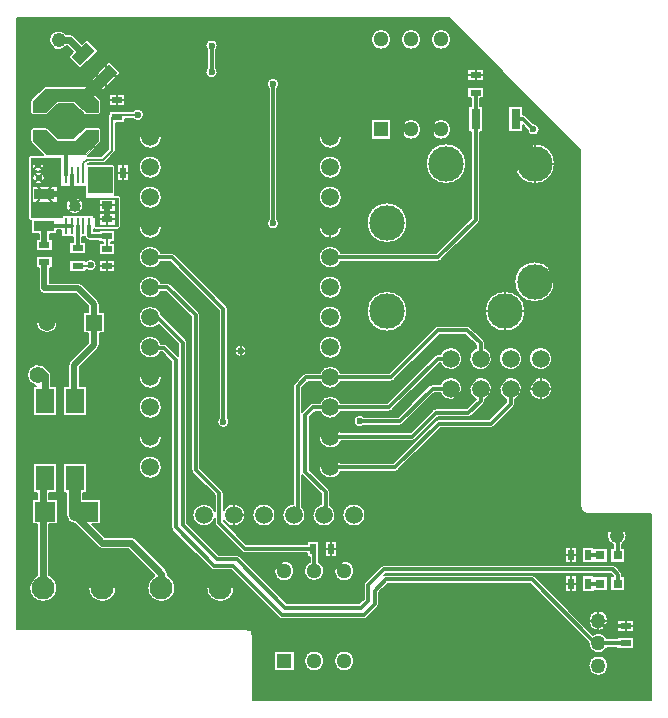
<source format=gbr>
%FSLAX35Y35*%
%MOIN*%
G04 EasyPC Gerber Version 18.0.8 Build 3632 *
%ADD163R,0.01102X0.05512*%
%ADD70R,0.02200X0.03700*%
%ADD22R,0.03700X0.02200*%
%ADD16R,0.03800X0.02600*%
%ADD81R,0.03150X0.06693*%
%ADD19R,0.06100X0.08300*%
%ADD144R,0.03150X0.03150*%
%ADD141R,0.05100X0.05100*%
%ADD150R,0.05400X0.05400*%
%ADD98C,0.00100*%
%ADD12C,0.00394*%
%ADD10C,0.00591*%
%ADD135C,0.00787*%
%ADD138C,0.01000*%
%ADD165C,0.01181*%
%ADD167C,0.01969*%
%ADD84C,0.02362*%
%ADD164C,0.03937*%
%ADD87C,0.04800*%
%ADD139C,0.05000*%
%ADD142C,0.05100*%
%ADD151C,0.05400*%
%ADD166C,0.05600*%
%ADD24C,0.05906*%
%ADD143C,0.07677*%
%ADD146R,0.06900X0.03800*%
%ADD162R,0.12598X0.04134*%
%ADD140C,0.11811*%
%AMT145*0 Rectangle Pad at angle 135*21,1,0.03800,0.06900,0,0,135*%
%ADD145T145*%
%ADD147R,0.07100X0.06500*%
X0Y0D02*
D02*
D10*
X32844Y157430D02*
Y153091D01*
X80281Y26028D02*
X81072D01*
Y25280*
G75*
G02X81504Y23872I-2081J-1409*
G01*
Y2764*
X214272*
Y64665*
X193163*
G75*
G02X191211Y65595J2514*
G01*
X191111*
Y65727*
G75*
G02X190650Y67179I2052J1452*
G01*
Y186216*
X146846Y230019*
X2764*
Y26385*
X78990*
G75*
G02X80281Y26028J-2514*
G01*
X7642Y162544D02*
X7450D01*
G75*
G02X6367Y163627J1083*
G01*
Y183312*
G75*
G02X7450Y184394I1083*
G01*
X11540*
X7576Y188359*
G75*
G02X7302Y189020I662J662*
G01*
Y192761*
G75*
G02X8237Y193696I936*
G01*
X12371*
G75*
G02X13033Y193422J-936*
G01*
X16499Y189956*
X21629*
X25095Y193422*
G75*
G02X25757Y193696I662J-662*
G01*
X29891*
G75*
G02X30827Y192761J-936*
G01*
Y189020*
G75*
G02X30553Y188359I-936*
G01*
X26419Y184225*
G75*
G02X26391Y184198I-659J660*
G01*
X30936*
X33139Y186401*
Y197194*
G75*
G02X33455Y198036I1280*
G01*
Y199179*
X38927*
Y198983*
X41333*
G75*
G02X45147Y197879I1747J-1104*
G01*
G75*
G02X41611Y196424I-2067*
G01*
X38927*
Y195208*
X35698*
Y185871*
G75*
G02X35323Y184966I-1280*
G01*
X32370Y182013*
G75*
G02X31466Y181639I-905J905*
G01*
X26681*
X26483Y181441*
G75*
G02X26545Y181443I65J-1078*
G01*
X34419*
G75*
G02X35502Y180360J-1083*
G01*
Y175452*
X35628*
Y171206*
X36387*
G75*
G02X37470Y170123J-1083*
G01*
Y160674*
G75*
G02X36387Y159591I-1083*
G01*
X28907*
G75*
G02X28572Y159644I0J1083*
G01*
Y159158*
X30108*
Y159415*
X35581*
Y155444*
X34025*
Y155076*
X35581*
Y151104*
X30108*
Y155076*
X31663*
Y155444*
X30108*
Y155891*
X26938*
G75*
G02X25324Y157269J1634*
G01*
X24478*
Y155273*
X25738*
Y151301*
X20266*
Y155273*
X21525*
Y157269*
X17628*
Y159276*
X16313*
Y158100*
X13848*
Y156454*
X14715*
Y152482*
X9242*
Y156454*
X10107*
Y158100*
X7642*
Y162544*
X9121Y107446D02*
G75*
G02X6126Y111068I691J3621D01*
G01*
G75*
G02X12994Y112929I3687*
G01*
G75*
G02X14163Y111068I-899J-1861*
G01*
Y107446*
X16031*
Y97376*
X8159*
Y107446*
X9121*
X9179Y128587D02*
G75*
G02X16351I3586D01*
G01*
G75*
G02X9179I-3586*
G01*
X9517Y44450D02*
Y61458D01*
X7675*
Y69730*
X9517*
Y71775*
X8159*
Y81848*
X16031*
Y71775*
X13651*
Y69730*
X16545*
Y61458*
X13651*
Y44450*
G75*
G02X16308Y40202I-2067J-4248*
G01*
G75*
G02X6859I-4724*
G01*
G75*
G02X9517Y44450I4724*
G01*
X10108Y146783D02*
X9242D01*
Y150754*
X14715*
Y146783*
X13848*
Y141876*
X23198*
G75*
G02X24520Y141328J-1870*
G01*
X29789Y136060*
G75*
G02X30337Y134738I-1322J-1322*
G01*
Y132175*
X32049*
Y125002*
X30337*
Y121107*
G75*
G02X29789Y119785I-1870*
G01*
X23691Y113687*
Y107446*
X26031*
Y97376*
X18159*
Y107446*
X19951*
Y114462*
G75*
G02X20498Y115785I1870J0*
G01*
X26596Y121882*
Y125002*
X24880*
Y132175*
X26596*
Y133963*
X22424Y138135*
X11978*
G75*
G02X10108Y140006J1870*
G01*
Y146783*
X11880Y207337D02*
Y207466D01*
X12236*
G75*
G02X12371Y207476I135J-926*
G01*
X25757*
G75*
G02X25893Y207466J-936*
G01*
X26250*
Y207336*
G75*
G02X26419Y207202I-493J-796*
G01*
X30553Y203068*
G75*
G02X30827Y202406I-662J-662*
G01*
Y198666*
G75*
G02X29891Y197730I-936*
G01*
X25757*
G75*
G02X25095Y198004J936*
G01*
X21539Y201561*
X16589*
X13033Y198004*
G75*
G02X12371Y197730I-662J662*
G01*
X8237*
G75*
G02X7302Y198666J936*
G01*
Y202406*
G75*
G02X7576Y203068I936*
G01*
X11709Y207202*
G75*
G02X11880Y207337I661J-662*
G01*
X19241Y71775D02*
X18159D01*
Y81848*
X26031*
Y71775*
X24950*
Y69730*
X30848*
Y61458*
X27896*
X32125Y57230*
X40718*
G75*
G02X42179Y56624I0J-2067*
G01*
X52416Y46387*
G75*
G02X53022Y44926I-1461J-1462*
G01*
Y44450*
G75*
G02X55678Y40202I-2068J-4248*
G01*
G75*
G02X46230I-4724*
G01*
G75*
G02X48638Y44319I4724*
G01*
X39861Y53096*
X31269*
G75*
G02X29807Y53702I0J2067*
G01*
X22050Y61458*
X21974*
Y61484*
G75*
G02X19241Y64335I121J2852*
G01*
Y71775*
X19256Y220615D02*
G75*
G02X13416Y222682I-2554J2067D01*
G01*
G75*
G02X19256Y224749I3286*
G01*
X20442*
G75*
G02X21904Y224143I0J-2067*
G01*
X24454Y221593*
X26058Y223198*
X29998Y219258*
X23866Y213126*
X19926Y217066*
X21531Y218670*
X19586Y220615*
X19256*
X25738Y146151D02*
Y145602D01*
X20266*
Y149572*
X25738*
Y149025*
X25761*
G75*
G02X29399Y147682I1571J-1343*
G01*
G75*
G02X25943Y146151I-2067*
G01*
X25738*
X26544Y40202D02*
G75*
G02X35993I4724D01*
G01*
G75*
G02X26544I-4724*
G01*
X27422Y209570D02*
X33554Y215702D01*
X37493Y211763*
X31361Y205631*
X27422Y209570*
X33455Y204880D02*
X38927D01*
Y200907*
X33455*
Y204880*
X35581Y145405D02*
X30108D01*
Y149376*
X35581*
Y145405*
X36069Y175852D02*
Y181324D01*
X40041*
Y175852*
X36069*
X50082Y127765D02*
G75*
G02X43415Y130359I-2829J2594D01*
G01*
G75*
G02X51041Y130982I3839*
G01*
X59085Y122939*
G75*
G02X59517Y121894I-1044J-1044*
G01*
Y61679*
X70069Y51127*
X76151*
G75*
G02X77195Y50694I0J-1476*
G01*
X92904Y34985*
X116878*
X118375Y36482*
Y40989*
G75*
G02X118807Y42033I1476J0*
G01*
X124122Y47348*
G75*
G02X125167Y47780I1044J-1044*
G01*
X201348*
G75*
G02X202392Y47348I0J-1476*
G01*
X204163Y45576*
G75*
G02X204596Y44532I-1044J-1044*
G01*
Y44041*
X205581*
Y39120*
X200659*
Y44041*
X201523*
X200736Y44828*
X125778*
X125298Y44347*
G75*
G02X125737Y44414I439J-1409*
G01*
X174399*
G75*
G02X175443Y43982I0J-1476*
G01*
X194833Y24591*
G75*
G02X199589Y23351I1790J-2874*
G01*
X202943*
Y23785*
X208415*
Y19815*
X202943*
Y20083*
X199589*
G75*
G02X193249Y22000I-2965J1634*
G01*
X173787Y41461*
X126349*
X123493Y38606*
Y34690*
G75*
G02X123061Y33646I-1476J0*
G01*
X119518Y30102*
G75*
G02X118474Y29670I-1044J1044*
G01*
X91111*
G75*
G02X90067Y30102I0J1476*
G01*
X74161Y46009*
X68474*
G75*
G02X67430Y46441I0J1476*
G01*
X54634Y59236*
G75*
G02X54202Y60280I1044J1044*
G01*
Y115574*
X51130Y118646*
X50689*
G75*
G02X43415Y120359I-3435J1713*
G01*
G75*
G02X50886Y121599I3839*
G01*
X51741*
G75*
G02X52785Y121167I0J-1476*
G01*
X56564Y117388*
Y121283*
X50082Y127765*
X50796Y138883D02*
G75*
G02X43415Y140359I-3543J1476D01*
G01*
G75*
G02X50796Y141835I3839*
G01*
X52962*
G75*
G02X54006Y141403I0J-1476*
G01*
X63415Y131994*
G75*
G02X63848Y130950I-1044J-1044*
G01*
Y80183*
X71289Y72742*
G75*
G02X71722Y71698I-1044J-1044*
G01*
Y66185*
G75*
G02X78966Y64414I3406J-1771*
G01*
G75*
G02X71722Y62643I-3839*
G01*
Y62270*
X79321Y54670*
X99661*
Y55931*
X103632*
Y50458*
X103375*
Y48894*
G75*
G02X101899Y42356I-1476J-3102*
G01*
G75*
G02X100422Y48894J3436*
G01*
Y50458*
X99661*
Y51717*
X78710*
G75*
G02X77666Y52150I0J1476*
G01*
X69201Y60614*
G75*
G02X68769Y61658I1044J1044*
G01*
Y63201*
G75*
G02X61289Y64414I-3642J1213*
G01*
G75*
G02X68769Y65628I3839*
G01*
Y71086*
X61327Y78528*
G75*
G02X60895Y79572I1044J1044*
G01*
Y130338*
X52350Y138883*
X50796*
Y148883D02*
G75*
G02X43415Y150359I-3543J1476D01*
G01*
G75*
G02X50796Y151835I3839*
G01*
X54379*
G75*
G02X55423Y151403I0J-1476*
G01*
X72667Y134159*
G75*
G02X73100Y133115I-1044J-1044*
G01*
Y96963*
G75*
G02X73690Y95517I-1476J-1446*
G01*
G75*
G02X69556I-2067*
G01*
G75*
G02X70147Y96963I2067*
G01*
Y132504*
X53768Y148883*
X50796*
X51092Y80359D02*
G75*
G02X43415I-3839D01*
G01*
G75*
G02X51092I3839*
G01*
Y90359D02*
G75*
G02X43415I-3839D01*
G01*
G75*
G02X51092I3839*
G01*
Y100359D02*
G75*
G02X43415I-3839D01*
G01*
G75*
G02X51092I3839*
G01*
Y110359D02*
G75*
G02X43415I-3839D01*
G01*
G75*
G02X51092I3839*
G01*
Y160359D02*
G75*
G02X43415I-3839D01*
G01*
G75*
G02X51092I3839*
G01*
Y170359D02*
G75*
G02X43415I-3839D01*
G01*
G75*
G02X51092I3839*
G01*
Y180359D02*
G75*
G02X43415I-3839D01*
G01*
G75*
G02X51092I3839*
G01*
Y190359D02*
G75*
G02X43415I-3839D01*
G01*
G75*
G02X51092I3839*
G01*
X65915Y40202D02*
G75*
G02X75363I4724D01*
G01*
G75*
G02X65915I-4724*
G01*
X66210Y213498D02*
Y219464D01*
G75*
G02X65619Y220910I1476J1446*
G01*
G75*
G02X69753I2067*
G01*
G75*
G02X69163Y219464I-2067*
G01*
Y213498*
G75*
G02X69753Y212052I-1476J-1446*
G01*
G75*
G02X65619I-2067*
G01*
G75*
G02X66210Y213498I2067*
G01*
X75265Y119139D02*
G75*
G02X79399I2067D01*
G01*
G75*
G02X75265I-2067*
G01*
X81289Y64414D02*
G75*
G02X88966I3839D01*
G01*
G75*
G02X81289I-3839*
G01*
X86682Y163105D02*
Y206669D01*
G75*
G02X86092Y208115I1476J1446*
G01*
G75*
G02X90226I2067*
G01*
G75*
G02X89635Y206669I-2067*
G01*
Y163105*
G75*
G02X90226Y161658I-1476J-1446*
G01*
G75*
G02X86092I-2067*
G01*
G75*
G02X86682Y163105I2067*
G01*
X91899Y42356D02*
G75*
G02Y49228J3436D01*
G01*
G75*
G02Y42356J-3436*
G01*
X94951Y68249D02*
Y107524D01*
G75*
G02X95383Y108568I1476*
G01*
X98217Y111404*
G75*
G02X99261Y111836I1044J-1044*
G01*
X103710*
G75*
G02X110796Y111835I3543J-1477*
G01*
X126799*
X142036Y127072*
G75*
G02X143080Y127505I1044J-1044*
G01*
X152922*
G75*
G02X153967Y127072I0J-1476*
G01*
X158376Y122663*
G75*
G02X158808Y121619I-1044J-1044*
G01*
Y120123*
G75*
G02X157332Y112741I-1476J-3543*
G01*
G75*
G02X155856Y120123J3839*
G01*
Y121007*
X152311Y124552*
X143691*
X128455Y109315*
G75*
G02X127411Y108883I-1044J1044*
G01*
X110796*
G75*
G02X103709Y108883I-3543J1476*
G01*
X99873*
X97904Y106913*
Y98883*
G75*
G02X97941Y98923I1082J-1001*
G01*
X100422Y101403*
G75*
G02X101466Y101835I1044J-1044*
G01*
X103710*
G75*
G02X110796I3543J-1476*
G01*
X126248*
X142036Y117624*
G75*
G02X143080Y118056I1044J-1044*
G01*
X143789*
G75*
G02X147332Y120418I3543J-1476*
G01*
G75*
G02Y112741J-3839*
G01*
G75*
G02X143789Y115103J3839*
G01*
X143691*
X127904Y99315*
G75*
G02X126859Y98883I-1044J1044*
G01*
X110796*
G75*
G02X103710I-3543J1476*
G01*
X102077*
X100462Y97267*
Y79396*
X106722Y73135*
G75*
G02X107155Y72091I-1044J-1044*
G01*
Y67674*
G75*
G02X108966Y64414I-2028J-3259*
G01*
G75*
G02X101289I-3839*
G01*
G75*
G02X104202Y68140I3839*
G01*
Y71480*
X97941Y77740*
G75*
G02X97904Y77780I1044J1041*
G01*
Y67065*
G75*
G02X98966Y64414I-2776J-2651*
G01*
G75*
G02X91289I-3839*
G01*
G75*
G02X94951Y68249I3839*
G01*
X95335Y12356D02*
X88463D01*
Y19228*
X95335*
Y12356*
X101899Y12356D02*
G75*
G02Y19228J3436D01*
G01*
G75*
G02Y12356J-3436*
G01*
X109333Y55931D02*
Y50458D01*
X105360*
Y55931*
X109333*
X110689Y92072D02*
X134004D01*
X141445Y99513*
G75*
G02X142489Y99946I1044J-1044*
G01*
X152705*
X155813Y103054*
G75*
G02X157332Y110418I1519J3525*
G01*
G75*
G02X158808Y103036J-3839*
G01*
Y102485*
G75*
G02X158376Y101441I-1476J0*
G01*
X154360Y97425*
G75*
G02X153316Y96993I-1044J1044*
G01*
X143101*
X135659Y89551*
G75*
G02X134615Y89119I-1044J1044*
G01*
X110886*
G75*
G02X103415Y90359I-3633J1240*
G01*
G75*
G02X110689Y92072I3839*
G01*
X110796Y78883D02*
G75*
G02X103415Y80359I-3543J1476D01*
G01*
G75*
G02X110796Y81835I3839*
G01*
X128295*
X142430Y95970*
G75*
G02X143474Y96402I1044J-1044*
G01*
X160185*
X165856Y102073*
Y103036*
G75*
G02X167332Y110418I1476J3543*
G01*
G75*
G02X168808Y103036J-3839*
G01*
Y101461*
G75*
G02X168376Y100417I-1476J0*
G01*
X161841Y93882*
G75*
G02X160796Y93450I-1044J1044*
G01*
X144085*
X129951Y79315*
G75*
G02X128907Y78883I-1044J1044*
G01*
X110796*
Y148883D02*
G75*
G02X103415Y150359I-3543J1476D01*
G01*
G75*
G02X110796Y151835I3839*
G01*
X142587*
X154202Y163451*
Y192269*
X153219*
Y200734*
X154202*
Y203279*
X152943*
Y207250*
X158415*
Y203279*
X157155*
Y200734*
X158140*
Y192269*
X157155*
Y162839*
G75*
G02X156722Y161795I-1476J0*
G01*
X144242Y149315*
G75*
G02X143198Y148883I-1044J1044*
G01*
X110796*
X111092Y120359D02*
G75*
G02X103415I-3839D01*
G01*
G75*
G02X111092I3839*
G01*
Y130359D02*
G75*
G02X103415I-3839D01*
G01*
G75*
G02X111092I3839*
G01*
Y140359D02*
G75*
G02X103415I-3839D01*
G01*
G75*
G02X111092I3839*
G01*
Y160359D02*
G75*
G02X103415I-3839D01*
G01*
G75*
G02X111092I3839*
G01*
Y170359D02*
G75*
G02X103415I-3839D01*
G01*
G75*
G02X111092I3839*
G01*
Y180359D02*
G75*
G02X103415I-3839D01*
G01*
G75*
G02X111092I3839*
G01*
Y190359D02*
G75*
G02X103415I-3839D01*
G01*
G75*
G02X111092I3839*
G01*
X111289Y64414D02*
G75*
G02X118966I3839D01*
G01*
G75*
G02X111289I-3839*
G01*
X111899Y12356D02*
G75*
G02Y19228J3436D01*
G01*
G75*
G02Y12356J-3436*
G01*
Y42356D02*
G75*
G02Y49228J3436D01*
G01*
G75*
G02Y42356J-3436*
G01*
X118542Y94237D02*
G75*
G02X115029Y95713I-1446J1476D01*
G01*
G75*
G02X118542Y97190I2067*
G01*
X129870*
X140304Y107624*
G75*
G02X141348Y108056I1044J-1044*
G01*
X143789*
G75*
G02X147332Y110418I3543J-1476*
G01*
G75*
G02Y102741J-3839*
G01*
G75*
G02X143789Y105103J3839*
G01*
X141959*
X131526Y94669*
G75*
G02X130481Y94237I-1044J1044*
G01*
X118542*
X119359Y132328D02*
G75*
G02X132942I6791D01*
G01*
G75*
G02X119359I-6791*
G01*
X124182Y219522D02*
G75*
G02Y226393J3436D01*
G01*
G75*
G02Y219522J-3436*
G01*
X126151Y155064D02*
G75*
G02Y168646J6791D01*
G01*
G75*
G02Y155064J-6791*
G01*
X127618Y189521D02*
X120746D01*
Y196393*
X127618*
Y189521*
X134182Y189522D02*
G75*
G02Y196393J3436D01*
G01*
G75*
G02Y189522J-3436*
G01*
Y219522D02*
G75*
G02Y226393J3436D01*
G01*
G75*
G02Y219522J-3436*
G01*
X139044Y181540D02*
G75*
G02X152627I6791D01*
G01*
G75*
G02X139044I-6791*
G01*
X144182Y189522D02*
G75*
G02Y196393J3436D01*
G01*
G75*
G02Y189522J-3436*
G01*
Y219522D02*
G75*
G02Y226393J3436D01*
G01*
G75*
G02Y219522J-3436*
G01*
X152943Y212950D02*
X158415D01*
Y208978*
X152943*
Y212950*
X158730Y132328D02*
G75*
G02X172312I6791D01*
G01*
G75*
G02X158730I-6791*
G01*
X167332Y120418D02*
G75*
G02Y112741J-3839D01*
G01*
G75*
G02Y120418J3839*
G01*
X171526Y194314D02*
Y192269D01*
X166604*
Y200734*
X171526*
Y197974*
G75*
G02X172470Y197545I-99J-1473*
G01*
X174991Y195024*
G75*
G02X177037Y192957I-21J-2067*
G01*
G75*
G02X172903Y192936I-2067*
G01*
X171526Y194314*
X175363Y135379D02*
G75*
G02Y148961J6791D01*
G01*
G75*
G02Y135379J-6791*
G01*
Y174749D02*
G75*
G02Y188331J6791D01*
G01*
G75*
G02Y174749J-6791*
G01*
X177332Y110418D02*
G75*
G02Y102741J-3839D01*
G01*
G75*
G02Y110418J3839*
G01*
Y120418D02*
G75*
G02Y112741J-3839D01*
G01*
G75*
G02Y120418J3839*
G01*
X185488Y38844D02*
Y44317D01*
X189459*
Y38844*
X185488*
Y48293D02*
Y53765D01*
X189459*
Y48293*
X185488*
X195159Y39120D02*
Y38844D01*
X191187*
Y44317*
X195159*
Y44041*
X199675*
Y39120*
X195159*
Y48569D02*
Y48293D01*
X191187*
Y53765*
X195159*
Y53490*
X199675*
Y48569*
X195159*
X196623Y10831D02*
G75*
G02Y17603J3386D01*
G01*
G75*
G02Y10831J-3386*
G01*
Y25831D02*
G75*
G02Y32603J3386D01*
G01*
G75*
G02Y25831J-3386*
G01*
X201643Y53490D02*
Y54422D01*
G75*
G02X199440Y57524I1083J3102*
G01*
G75*
G02X206011I3286*
G01*
G75*
G02X204596Y54823I-3286*
G01*
Y53490*
X205581*
Y48569*
X200659*
Y53490*
X201643*
X202943Y29486D02*
X208415D01*
Y25513*
X202943*
Y29486*
X2764Y175525D02*
G36*
Y170360D01*
X6368*
Y175525*
X2764*
G37*
X6368D02*
G36*
Y178588D01*
X2764*
Y175525*
X6368*
G37*
X35502Y175525D02*
G36*
Y175452D01*
X35628*
Y171206*
X36387*
G75*
G02X37444Y170359J-1083*
G01*
X43415*
G75*
G02X51092I3839*
G01*
X86682*
Y175525*
X35502*
G37*
X86682D02*
G36*
Y178588D01*
X50659*
G75*
G02X43848I-3406J1771*
G01*
X40041*
Y175852*
X36069*
Y178588*
X35502*
Y175525*
X86682*
G37*
X89635D02*
G36*
Y170359D01*
X103415*
G75*
G02X111092I3839*
G01*
X154202*
Y175525*
X148988*
G75*
G02X142683I-3152J6015*
G01*
X89635*
G37*
X142683D02*
G36*
G75*
G02X139720Y178588I3152J6015D01*
G01*
X110659*
G75*
G02X103848I-3406J1771*
G01*
X89635*
Y175525*
X142683*
G37*
X154203Y175525D02*
G36*
Y178588D01*
X151952*
G75*
G02X148988Y175525I-6116J2952*
G01*
X154203*
G37*
X157155Y175525D02*
G36*
Y170359D01*
X190650*
Y175525*
X178516*
G75*
G02X175363Y174749I-3152J6015*
G01*
G75*
G02X172211Y175525J6792*
G01*
X157155*
G37*
X172211Y175525D02*
G36*
G75*
G02X169247Y178588I3152J6015D01*
G01*
X157156*
Y175525*
X172211*
G37*
X190650D02*
G36*
Y178588D01*
X181480*
G75*
G02X178516Y175525I-6116J2952*
G01*
X190650*
G37*
X2764Y106065D02*
G36*
Y100360D01*
X8159*
Y106065*
X2764*
G37*
X8159Y106065D02*
G36*
Y107446D01*
X9121*
G75*
G02X6194Y110359I691J3621*
G01*
X2764*
Y106065*
X8159*
G37*
X16031Y106065D02*
G36*
Y100360D01*
X18159*
Y106065*
X16031*
G37*
X18159Y106065D02*
G36*
Y107446D01*
X19951*
Y110359*
X14163*
Y107446*
X16031*
Y106065*
X18159*
G37*
X26031D02*
G36*
Y100359D01*
X43415*
G75*
G02X51092I3839*
G01*
X54202*
Y106065*
X26031*
G37*
X54202D02*
G36*
Y110359D01*
X51092*
G75*
G02X43415I-3839*
G01*
X23691*
Y107446*
X26031*
Y106065*
X54202*
G37*
X59518Y106065D02*
G36*
Y100360D01*
X60896*
Y106065*
X59518*
G37*
X60896D02*
G36*
Y110360D01*
X59518*
Y106065*
X60896*
G37*
X63848D02*
G36*
Y100360D01*
X70148*
Y106065*
X63848*
G37*
X70148D02*
G36*
Y110360D01*
X63848*
Y106065*
X70148*
G37*
X73100D02*
G36*
Y100360D01*
X94951*
Y106065*
X73100*
G37*
X94951Y106065D02*
G36*
Y107524D01*
G75*
G02X95383Y108568I1476*
G01*
X97173Y110359*
X73100*
Y106065*
X94951*
G37*
X134654Y106065D02*
G36*
X128948Y100360D01*
X133039*
X138745Y106065*
X134654*
G37*
X138745Y106065D02*
G36*
X140304Y107624D01*
G75*
G02X141348Y108056I1044J-1044*
G01*
X143789*
G75*
G02X146661Y110359I3543J-1476*
G01*
X138947*
X134654Y106065*
X138745*
G37*
X151136D02*
G36*
G75*
G02X147332Y102741I-3804J515D01*
G01*
G75*
G02X143789Y105103J3839*
G01*
X141959*
X137215Y100359*
X153118*
X155813Y103054*
G75*
G02X153528Y106065I1519J3525*
G01*
X151136*
G37*
X153528Y106065D02*
G36*
G75*
G02X156661Y110360I3805J515D01*
G01*
X148003*
G75*
G02X151136Y106065I-672J-3780*
G01*
X153528*
G37*
X161136Y106065D02*
G36*
G75*
G02X158808Y103036I-3804J515D01*
G01*
Y102485*
G75*
G02X158376Y101441I-1476J0*
G01*
X157294Y100359*
X164142*
X165856Y102073*
Y103036*
G75*
G02X163528Y106065I1476J3543*
G01*
X161136*
G37*
X163528Y106065D02*
G36*
G75*
G02X166661Y110360I3805J515D01*
G01*
X158003*
G75*
G02X161136Y106065I-672J-3780*
G01*
X163528*
G37*
X171136Y106065D02*
G36*
G75*
G02X168808Y103036I-3804J515D01*
G01*
Y101461*
G75*
G02X168376Y100417I-1476J0*
G01*
X168318Y100359*
X190650*
Y106065*
X181136*
G75*
G02X177332Y102741I-3804J515*
G01*
G75*
G02X173528Y106065J3839*
G01*
X171136*
G37*
X173528Y106065D02*
G36*
G75*
G02X176661Y110360I3805J515D01*
G01*
X168003*
G75*
G02X171136Y106065I-672J-3780*
G01*
X173528*
G37*
X190650D02*
G36*
Y110360D01*
X178003*
G75*
G02X181136Y106065I-672J-3780*
G01*
X190650*
G37*
X2764Y128587D02*
G36*
Y119139D01*
X23853*
X26596Y121882*
Y125002*
X24880*
Y128587*
X16351*
G75*
G02X9179I-3586*
G01*
X2764*
G37*
X9179D02*
G36*
G75*
G02X16351I3586D01*
G01*
X24880*
Y132175*
X26596*
Y133963*
X22424Y138135*
X11978*
G75*
G02X10108Y140006J1870*
G01*
Y140359*
X2764*
Y128587*
X9179*
G37*
X32049D02*
G36*
Y125002D01*
X30337*
Y121107*
G75*
G02X29789Y119785I-1870*
G01*
X29143Y119139*
X43614*
G75*
G02X43415Y120359I3639J1220*
G01*
G75*
G02X50886Y121599I3839*
G01*
X51741*
G75*
G02X52785Y121167I0J-1476*
G01*
X56564Y117388*
Y121283*
X50082Y127765*
G75*
G02X43848Y128587I-2829J2594*
G01*
X32049*
G37*
X43848D02*
G36*
G75*
G02X43415Y130359I3405J1772D01*
G01*
G75*
G02X51041Y130982I3839*
G01*
X53436Y128587*
X60895*
Y130338*
X52350Y138883*
X50796*
G75*
G02X43415Y140359I-3543J1476*
G01*
X25489*
X29789Y136060*
G75*
G02X30337Y134738I-1322J-1322*
G01*
Y132175*
X32049*
Y128587*
X43848*
G37*
X53436D02*
G36*
X59085Y122939D01*
G75*
G02X59517Y121894I-1044J-1044*
G01*
Y119139*
X60895*
Y128587*
X53436*
G37*
X63848Y128588D02*
G36*
Y119139D01*
X70148*
Y128588*
X63848*
G37*
X70147Y128587D02*
G36*
Y132504D01*
X62291Y140359*
X55050*
X63415Y131994*
G75*
G02X63848Y130950I-1044J-1044*
G01*
Y128587*
X70147*
G37*
X73100D02*
G36*
Y119139D01*
X75265*
G75*
G02X79399I2067*
G01*
X103614*
G75*
G02X103415Y120359I3639J1220*
G01*
G75*
G02X111092I3839*
G01*
G75*
G02X110893Y119139I-3839*
G01*
X134102*
X142036Y127072*
G75*
G02X143080Y127505I1044J-1044*
G01*
X152922*
G75*
G02X153967Y127072I0J-1476*
G01*
X158376Y122663*
G75*
G02X158808Y121619I-1044J-1044*
G01*
Y120123*
G75*
G02X160193Y119139I-1476J-3543*
G01*
X164471*
G75*
G02X167332Y120418I2861J-2559*
G01*
G75*
G02X170193Y119139J-3839*
G01*
X174471*
G75*
G02X177332Y120418I2861J-2559*
G01*
G75*
G02X180193Y119139J-3839*
G01*
X190650*
Y128587*
X171189*
G75*
G02X159852I-5669J3740*
G01*
X131819*
G75*
G02X120482I-5669J3740*
G01*
X110658*
G75*
G02X103848I-3405J1772*
G01*
X73100*
G37*
X103848D02*
G36*
G75*
G02X103415Y130359I3405J1772D01*
G01*
G75*
G02X111092I3839*
G01*
G75*
G02X110658Y128587I-3839J0*
G01*
X120482*
G75*
G02X119359Y132328I5669J3740*
G01*
G75*
G02X132942I6791*
G01*
G75*
G02X131819Y128587I-6791J0*
G01*
X159852*
G75*
G02X158730Y132328I5669J3740*
G01*
G75*
G02X172312I6791*
G01*
G75*
G02X171189Y128587I-6791J0*
G01*
X190650*
Y140359*
X181909*
G75*
G02X175363Y135379I-6545J1811*
G01*
G75*
G02X168818Y140359J6791*
G01*
X111092*
G75*
G02X103415I-3839*
G01*
X66467*
X72667Y134159*
G75*
G02X73100Y133115I-1044J-1044*
G01*
Y128587*
X103848*
G37*
X2764Y58663D02*
G36*
Y53194D01*
X9518*
Y58663*
X2764*
G37*
X9517Y58663D02*
G36*
Y61458D01*
X7675*
Y64414*
X2764*
Y58663*
X9517*
G37*
X13651D02*
G36*
Y53194D01*
X30639*
G75*
G02X29807Y53702I630J1969*
G01*
X24846Y58663*
X13651*
G37*
X24846D02*
G36*
X22050Y61458D01*
X21974*
Y61484*
G75*
G02X19241Y64335I121J2852*
G01*
Y64414*
X16545*
Y61458*
X13651*
Y58663*
X24846*
G37*
X30692D02*
G36*
X32125Y57230D01*
X40718*
G75*
G02X42179Y56624I0J-2067*
G01*
X45609Y53194*
X60676*
X55208Y58663*
X30692*
G37*
X55208D02*
G36*
X54634Y59236D01*
G75*
G02X54202Y60280I1044J1044*
G01*
Y64414*
X30848*
Y61458*
X27896*
X30692Y58663*
X55208*
G37*
X62533Y58663D02*
G36*
X68002Y53194D01*
X76621*
X71153Y58663*
X62533*
G37*
X71153Y58663D02*
G36*
X69201Y60614D01*
G75*
G02X68769Y61658I1044J1044*
G01*
Y63201*
G75*
G02X61289Y64414I-3642J1213*
G01*
X59517*
Y61679*
X62533Y58663*
X71153*
G37*
X75329D02*
G36*
X79321Y54670D01*
X99661*
Y55931*
X103632*
Y53194*
X105360*
Y55931*
X109333*
Y53194*
X185488*
Y53765*
X189459*
Y53194*
X191187*
Y53765*
X195159*
Y53490*
X199675*
Y53194*
X200659*
Y53490*
X201643*
Y54422*
G75*
G02X199440Y57524I1083J3102*
G01*
G75*
G02X199643Y58663I3286J0*
G01*
X75329*
G37*
X199643D02*
G36*
G75*
G02X205808I3082J-1138D01*
G01*
X214272*
Y64414*
X118966*
G75*
G02X111289I-3839*
G01*
X108966*
G75*
G02X101289I-3839*
G01*
G75*
G02X104202Y68140I3839*
G01*
Y71480*
X97941Y77740*
G75*
G02X97904Y77780I1044J1041*
G01*
Y67065*
G75*
G02X98966Y64414I-2776J-2651*
G01*
G75*
G02X91289I-3839*
G01*
X88966*
G75*
G02X81289I-3839*
G01*
X78966*
G75*
G02X71722Y62643I-3839*
G01*
Y62270*
X75329Y58663*
X199643*
G37*
X205808D02*
G36*
G75*
G02X206011Y57524I-3082J-1139D01*
G01*
G75*
G02X204596Y54823I-3286*
G01*
Y53490*
X205581*
Y53194*
X214272*
Y58663*
X205808*
G37*
X2764Y202603D02*
G36*
Y195812D01*
X33139*
Y197194*
G75*
G02X33455Y198036I1280*
G01*
Y199179*
X38927*
Y198983*
X41333*
G75*
G02X45147Y197879I1747J-1104*
G01*
G75*
G02X43122Y195812I-2067*
G01*
X86682*
Y202603*
X38927*
Y200907*
X33455*
Y202603*
X30806*
G75*
G02X30827Y202406I-915J-196*
G01*
Y198666*
G75*
G02X29891Y197730I-936*
G01*
X25757*
G75*
G02X25095Y198004J936*
G01*
X21539Y201561*
X16589*
X13033Y198004*
G75*
G02X12371Y197730I-662J662*
G01*
X8237*
G75*
G02X7302Y198666J936*
G01*
Y202406*
G75*
G02X7322Y202603I936J0*
G01*
X2764*
G37*
X43037Y195812D02*
G36*
G75*
G02X41611Y196424I43J2067D01*
G01*
X38927*
Y195812*
X43037*
G37*
X7322Y202603D02*
G36*
G75*
G02X7576Y203068I915J-197D01*
G01*
X11709Y207202*
G75*
G02X11880Y207337I661J-662*
G01*
Y207466*
X12236*
G75*
G02X12371Y207476I135J-926*
G01*
X25757*
G75*
G02X25893Y207466J-936*
G01*
X26250*
Y207336*
G75*
G02X26419Y207202I-493J-796*
G01*
X30553Y203068*
G75*
G02X30806Y202603I-662J-662*
G01*
X33455*
Y204880*
X38927*
Y202603*
X86682*
Y206669*
G75*
G02X86092Y208115I1476J1446*
G01*
G75*
G02X90226I2067*
G01*
G75*
G02X89635Y206669I-2067*
G01*
Y202603*
X154202*
Y203279*
X152943*
Y207250*
X158415*
Y203279*
X157155*
Y202603*
X174262*
X166199Y210667*
X158415*
Y208978*
X152943*
Y210667*
X69220*
G75*
G02X66152I-1534J1385*
G01*
X36397*
X31361Y205631*
X27422Y209570*
X28518Y210667*
X2764*
Y202603*
X7322*
G37*
X89635D02*
G36*
Y195812D01*
X120746*
Y196393*
X127618*
Y195812*
X132270*
G75*
G02X134182Y196393I1912J-2855*
G01*
G75*
G02X136094Y195812J-3436*
G01*
X142270*
G75*
G02X144182Y196393I1912J-2855*
G01*
G75*
G02X146094Y195812J-3436*
G01*
X153219*
Y200734*
X154202*
Y202603*
X89635*
G37*
X157155D02*
G36*
Y200734D01*
X158140*
Y195812*
X166604*
Y200734*
X171526*
Y197974*
G75*
G02X172470Y197545I-99J-1473*
G01*
X174203Y195812*
X181053*
X174262Y202603*
X157155*
G37*
X2764Y219547D02*
G36*
Y210667D01*
X28518*
X33554Y215702*
X37493Y211763*
X36397Y210667*
X66152*
G75*
G02X65619Y212052I1534J1385*
G01*
G75*
G02X66210Y213498I2067*
G01*
Y219464*
G75*
G02X66133Y219547I1479J1444*
G01*
X29709*
X29998Y219258*
X23866Y213126*
X19926Y217066*
X21531Y218670*
X19586Y220615*
X19256*
G75*
G02X15718Y219547I-2554J2067*
G01*
X2764*
G37*
X15718D02*
G36*
G75*
G02X13416Y222682I984J3135D01*
G01*
G75*
G02X19256Y224749I3286*
G01*
X20442*
G75*
G02X21904Y224143I0J-2067*
G01*
X24454Y221593*
X26058Y223198*
X29709Y219547*
X66133*
G75*
G02X65619Y220910I1553J1364*
G01*
G75*
G02X69753I2067*
G01*
G75*
G02X69239Y219547I-2067J0*
G01*
X123767*
G75*
G02X124182Y226393I415J3411*
G01*
G75*
G02X124598Y219547J-3436*
G01*
X133767*
G75*
G02X134182Y226393I415J3411*
G01*
G75*
G02X134598Y219547J-3436*
G01*
X143767*
G75*
G02X144182Y226393I415J3411*
G01*
G75*
G02X144598Y219547J-3436*
G01*
X157319*
X146846Y230019*
X2764*
Y219547*
X15718*
G37*
X69239D02*
G36*
G75*
G02X69163Y219464I-1556J1361D01*
G01*
Y213498*
G75*
G02X69753Y212052I-1476J-1446*
G01*
G75*
G02X69220Y210667I-2067*
G01*
X152943*
Y212950*
X158415*
Y210667*
X166199*
X157319Y219547*
X144598*
G75*
G02X144182Y219522I-415J3410*
G01*
G75*
G02X143767Y219547J3436*
G01*
X134598*
G75*
G02X134182Y219522I-415J3410*
G01*
G75*
G02X133767Y219547J3436*
G01*
X124598*
G75*
G02X124182Y219522I-415J3410*
G01*
G75*
G02X123767Y219547J3436*
G01*
X69239*
G37*
X2764Y147675D02*
G36*
Y140359D01*
X10108*
Y146783*
X9242*
Y147675*
X2764*
G37*
X9242D02*
G36*
Y150754D01*
X14715*
Y147675*
X20266*
Y149572*
X25738*
Y149025*
X25761*
G75*
G02X29399Y147682I1571J-1343*
G01*
G75*
G02Y147675I-2073J-3*
G01*
X30108*
Y149376*
X35581*
Y147675*
X44509*
G75*
G02X43415Y150359I2744J2684*
G01*
G75*
G02X50796Y151835I3839*
G01*
X54379*
G75*
G02X55423Y151403I0J-1476*
G01*
X59151Y147675*
X104509*
G75*
G02X103415Y150359I2744J2684*
G01*
G75*
G02X110796Y151835I3839*
G01*
X142587*
X151110Y160359*
X132775*
G75*
G02X126151Y155064I-6624J1496*
G01*
G75*
G02X119526Y160359J6791*
G01*
X111092*
G75*
G02X103415I-3839*
G01*
X89766*
G75*
G02X86551I-1607J1299*
G01*
X51092*
G75*
G02X43415I-3839*
G01*
X37423*
G75*
G02X36387Y159591I-1036J315*
G01*
X28907*
G75*
G02X28572Y159644I0J1083*
G01*
Y159158*
X30108*
Y159415*
X35581*
Y155444*
X34025*
Y155076*
X35581*
Y151104*
X30108*
Y155076*
X31663*
Y155444*
X30108*
Y155891*
X26938*
G75*
G02X25324Y157269J1634*
G01*
X24478*
Y155273*
X25738*
Y151301*
X20266*
Y155273*
X21525*
Y157269*
X17628*
Y159276*
X16313*
Y158100*
X13848*
Y156454*
X14715*
Y152482*
X9242*
Y156454*
X10107*
Y158100*
X7642*
Y160359*
X2764*
Y147675*
X9242*
G37*
X14715D02*
G36*
Y146783D01*
X13848*
Y141876*
X23198*
G75*
G02X24520Y141328J-1870*
G01*
X25489Y140359*
X43415*
G75*
G02X50796Y141835I3839*
G01*
X52962*
G75*
G02X54006Y141403I0J-1476*
G01*
X55050Y140359*
X62291*
X53768Y148883*
X50796*
G75*
G02X44509Y147675I-3543J1476*
G01*
X35581*
Y145405*
X30108*
Y147675*
X29399*
G75*
G02X25943Y146151I-2067J7*
G01*
X25738*
Y145602*
X20266*
Y147675*
X14715*
G37*
X59151D02*
G36*
X66467Y140359D01*
X103415*
G75*
G02X111092I3839*
G01*
X168818*
G75*
G02X171387Y147675I6545J1811*
G01*
X109998*
G75*
G02X104509I-2744J2684*
G01*
X59151*
G37*
X171387D02*
G36*
G75*
G02X175363Y148961I3977J-5505D01*
G01*
G75*
G02X179340Y147675J-6791*
G01*
X190650*
Y160359*
X155286*
X144242Y149315*
G75*
G02X143198Y148883I-1044J1044*
G01*
X110796*
G75*
G02X109998Y147675I-3543J1476*
G01*
X171387*
G37*
X179340Y147675D02*
G36*
G75*
G02X181909Y140360I-3976J-5504D01*
G01*
X190650*
Y147675*
X179340*
G37*
X2764Y40202D02*
G36*
Y29217D01*
X186031*
X173787Y41461*
X126349*
X123493Y38606*
Y34690*
G75*
G02X123061Y33646I-1476J0*
G01*
X119518Y30102*
G75*
G02X118474Y29670I-1044J1044*
G01*
X91111*
G75*
G02X90067Y30102I0J1476*
G01*
X79969Y40202*
X75363*
G75*
G02X65915I-4724*
G01*
X55678*
G75*
G02X46230I-4724*
G01*
X35993*
G75*
G02X26544I-4724*
G01*
X16308*
G75*
G02X6859I-4724*
G01*
X2764*
G37*
X6859D02*
G36*
G75*
G02X9517Y44450I4724D01*
G01*
Y45792*
X2764*
Y40202*
X6859*
G37*
X26544D02*
G36*
G75*
G02X35993I4724D01*
G01*
X46230*
G75*
G02X48638Y44319I4724*
G01*
X47165Y45792*
X13651*
Y44450*
G75*
G02X16308Y40202I-2067J-4248*
G01*
X26544*
G37*
X65915D02*
G36*
G75*
G02X75363I4724D01*
G01*
X79969*
X74378Y45792*
X52831*
G75*
G02X53022Y44926I-1876J-867*
G01*
Y44450*
G75*
G02X55678Y40202I-2068J-4248*
G01*
X65915*
G37*
X179223D02*
G36*
X190207Y29217D01*
X193237*
G75*
G02X196623Y32603I3386*
G01*
G75*
G02X200009Y29217J-3386*
G01*
X202943*
Y29486*
X208415*
Y29217*
X214272*
Y40202*
X205581*
Y39120*
X200659*
Y40202*
X199675*
Y39120*
X195159*
Y38844*
X191187*
Y40202*
X189459*
Y38844*
X185488*
Y40202*
X179223*
G37*
X185488D02*
G36*
Y44317D01*
X189459*
Y40202*
X191187*
Y44317*
X195159*
Y44041*
X199675*
Y40202*
X200659*
Y44041*
X201523*
X200736Y44828*
X125778*
X125298Y44347*
G75*
G02X125737Y44414I439J-1409*
G01*
X174399*
G75*
G02X175443Y43982I0J-1476*
G01*
X179223Y40202*
X185488*
G37*
X214272D02*
G36*
Y45792D01*
X203948*
X204163Y45576*
G75*
G02X204596Y44532I-1044J-1044*
G01*
Y44041*
X205581*
Y40202*
X214272*
G37*
X6367Y178588D02*
G36*
Y183312D01*
G75*
G02X7450Y184394I1083*
G01*
X11540*
X7576Y188359*
G75*
G02X7302Y189020I662J662*
G01*
Y190359*
X2764*
Y178588*
X6367*
G37*
X36069D02*
G36*
Y181324D01*
X40041*
Y178588*
X43848*
G75*
G02X43415Y180359I3406J1771*
G01*
G75*
G02X51092I3839*
G01*
G75*
G02X50659Y178588I-3839J0*
G01*
X86682*
Y190359*
X51092*
G75*
G02X43415I-3839*
G01*
X35698*
Y185871*
G75*
G02X35323Y184966I-1280*
G01*
X32370Y182013*
G75*
G02X31466Y181639I-905J905*
G01*
X26681*
X26483Y181441*
G75*
G02X26545Y181443I65J-1078*
G01*
X34419*
G75*
G02X35502Y180360J-1083*
G01*
Y178588*
X36069*
G37*
X103848D02*
G36*
G75*
G02X103415Y180359I3406J1771D01*
G01*
G75*
G02X111092I3839*
G01*
G75*
G02X110659Y178588I-3839J0*
G01*
X139720*
G75*
G02X139044Y181540I6116J2952*
G01*
G75*
G02X152627I6791*
G01*
G75*
G02X151952Y178588I-6791*
G01*
X154202*
Y190359*
X146430*
G75*
G02X144182Y189522I-2248J2598*
G01*
G75*
G02X141934Y190359J3436*
G01*
X136430*
G75*
G02X134182Y189522I-2248J2598*
G01*
G75*
G02X131934Y190359J3436*
G01*
X127618*
Y189521*
X120746*
Y190359*
X111092*
G75*
G02X103415I-3839*
G01*
X89635*
Y178588*
X103848*
G37*
X169247D02*
G36*
G75*
G02X175363Y188331I6116J2952D01*
G01*
G75*
G02X181480Y178588J-6791*
G01*
X190650*
Y186216*
X186506Y190359*
X157155*
Y178588*
X169247*
G37*
X2764Y80359D02*
G36*
Y64414D01*
X7675*
Y69730*
X9517*
Y71775*
X8159*
Y80359*
X2764*
G37*
X8159D02*
G36*
Y81848D01*
X16031*
Y80359*
X18159*
Y81848*
X26031*
Y80359*
X43415*
G75*
G02X51092I3839*
G01*
X54202*
Y90359*
X51092*
G75*
G02X43415I-3839*
G01*
X2764*
Y80359*
X8159*
G37*
X16031D02*
G36*
Y71775D01*
X13651*
Y69730*
X16545*
Y64414*
X19241*
Y71775*
X18159*
Y80359*
X16031*
G37*
X26031D02*
G36*
Y71775D01*
X24950*
Y69730*
X30848*
Y64414*
X54202*
Y80359*
X51092*
G75*
G02X43415I-3839*
G01*
X26031*
G37*
X59517D02*
G36*
Y64414D01*
X61289*
G75*
G02X68769Y65628I3839*
G01*
Y71086*
X61327Y78528*
G75*
G02X60895Y79572I1044J1044*
G01*
Y80359*
X59517*
G37*
X60896Y80360D02*
G36*
Y90360D01*
X59518*
Y80360*
X60896*
G37*
X63848Y80359D02*
G36*
Y80183D01*
X71289Y72742*
G75*
G02X71722Y71698I-1044J-1044*
G01*
Y66185*
G75*
G02X78966Y64414I3406J-1771*
G01*
X81289*
G75*
G02X88966I3839*
G01*
X91289*
G75*
G02X94951Y68249I3839*
G01*
Y80359*
X63848*
G37*
X94951Y80360D02*
G36*
Y90360D01*
X63848*
Y80360*
X94951*
G37*
X100462Y80359D02*
G36*
Y79396D01*
X106722Y73135*
G75*
G02X107155Y72091I-1044J-1044*
G01*
Y67674*
G75*
G02X108966Y64414I-2028J-3259*
G01*
X111289*
G75*
G02X118966I3839*
G01*
X214272*
Y64665*
X193163*
G75*
G02X191211Y65595J2514*
G01*
X191111*
Y65727*
G75*
G02X190650Y67179I2052J1452*
G01*
Y80359*
X130995*
X129951Y79315*
G75*
G02X128907Y78883I-1044J1044*
G01*
X110796*
G75*
G02X103415Y80359I-3543J1476*
G01*
X100462*
G37*
X103415D02*
G36*
G75*
G02X110796Y81835I3839D01*
G01*
X128295*
X136819Y90359*
X136467*
X135659Y89551*
G75*
G02X134615Y89119I-1044J1044*
G01*
X110886*
G75*
G02X103415Y90359I-3633J1240*
G01*
X100462*
Y80359*
X103415*
G37*
X190650Y80360D02*
G36*
Y90360D01*
X140994*
X130995Y80360*
X190650*
G37*
X43415Y90359D02*
G36*
G75*
G02X51092I3839D01*
G01*
X54202*
Y100359*
X51092*
G75*
G02X43415I-3839*
G01*
X26031*
Y97376*
X18159*
Y100359*
X16031*
Y97376*
X8159*
Y100359*
X2764*
Y90359*
X43415*
G37*
X60896Y90360D02*
G36*
Y100360D01*
X59518*
Y90360*
X60896*
G37*
X94951Y90359D02*
G36*
Y100359D01*
X73100*
Y96963*
G75*
G02X73690Y95517I-1476J-1446*
G01*
G75*
G02X69556I-2067*
G01*
G75*
G02X70147Y96963I2067*
G01*
Y100359*
X63848*
Y90359*
X94951*
G37*
X103415D02*
G36*
G75*
G02X110689Y92072I3839D01*
G01*
X134004*
X141445Y99513*
G75*
G02X142489Y99946I1044J-1044*
G01*
X152705*
X153118Y100359*
X137215*
X131526Y94669*
G75*
G02X130481Y94237I-1044J1044*
G01*
X118542*
G75*
G02X115029Y95713I-1446J1476*
G01*
G75*
G02X118542Y97190I2067*
G01*
X129870*
X133039Y100359*
X128948*
X127904Y99315*
G75*
G02X126859Y98883I-1044J1044*
G01*
X110796*
G75*
G02X103710I-3543J1476*
G01*
X102077*
X100462Y97267*
Y90359*
X103415*
G37*
X136819D02*
G36*
X142430Y95970D01*
G75*
G02X143474Y96402I1044J-1044*
G01*
X160185*
X164142Y100359*
X157294*
X154360Y97425*
G75*
G02X153316Y96993I-1044J1044*
G01*
X143101*
X136467Y90359*
X136819*
G37*
X190650D02*
G36*
Y100359D01*
X168318*
X161841Y93882*
G75*
G02X160796Y93450I-1044J1044*
G01*
X144085*
X140994Y90359*
X190650*
G37*
X6194Y110359D02*
G36*
G75*
G02X6126Y111068I3617J709D01*
G01*
G75*
G02X12994Y112929I3687*
G01*
G75*
G02X14163Y111068I-899J-1861*
G01*
Y110359*
X19951*
Y114462*
G75*
G02X20498Y115785I1870J0*
G01*
X23853Y119139*
X2764*
Y110359*
X6194*
G37*
X43415D02*
G36*
G75*
G02X51092I3839D01*
G01*
X54202*
Y115574*
X51130Y118646*
X50689*
G75*
G02X43614Y119139I-3435J1713*
G01*
X29143*
X23691Y113687*
Y110359*
X43415*
G37*
X60896Y110360D02*
G36*
Y119139D01*
X59518*
Y110360*
X60896*
G37*
X70148D02*
G36*
Y119139D01*
X63848*
Y110360*
X70148*
G37*
X97173Y110359D02*
G36*
X98217Y111404D01*
G75*
G02X99261Y111836I1044J-1044*
G01*
X103710*
G75*
G02X110796I3543J-1477*
G01*
X126799*
X134102Y119139*
X110893*
G75*
G02X103614I-3639J1220*
G01*
X79399*
G75*
G02X75265I-2067*
G01*
X73100*
Y110359*
X97173*
G37*
X146661D02*
G36*
G75*
G02X147332Y110418I671J-3780D01*
G01*
G75*
G02X148003Y110359J-3838*
G01*
X156661*
G75*
G02X157332Y110418I671J-3780*
G01*
G75*
G02X158003Y110359J-3838*
G01*
X166661*
G75*
G02X167332Y110418I671J-3780*
G01*
G75*
G02X168003Y110359J-3838*
G01*
X176661*
G75*
G02X177332Y110418I671J-3780*
G01*
G75*
G02X178003Y110359J-3838*
G01*
X190650*
Y119139*
X180193*
G75*
G02X177332Y112741I-2861J-2559*
G01*
G75*
G02X174471Y119139J3839*
G01*
X170193*
G75*
G02X167332Y112741I-2861J-2559*
G01*
G75*
G02X164471Y119139J3839*
G01*
X160193*
G75*
G02X157332Y112741I-2861J-2559*
G01*
G75*
G02X155856Y120123J3839*
G01*
Y121007*
X152311Y124552*
X143691*
X128455Y109315*
G75*
G02X127411Y108883I-1044J1044*
G01*
X110796Y108883*
G75*
G02X103709I-3543J1476*
G01*
X99873*
X97904Y106913*
Y98883*
G75*
G02X97941Y98923I1082J-1001*
G01*
X100422Y101403*
G75*
G02X101466Y101835I1044J-1044*
G01*
X103710*
G75*
G02X110796I3543J-1476*
G01*
X126248*
X142036Y117624*
G75*
G02X143080Y118056I1044J-1044*
G01*
X143789*
G75*
G02X147332Y120418I3543J-1476*
G01*
G75*
G02Y112741J-3839*
G01*
G75*
G02X143789Y115103J3839*
G01*
X143691*
X138947Y110359*
X146661*
G37*
X7642Y160359D02*
G36*
Y162544D01*
X7450*
G75*
G02X6367Y163627J1083*
G01*
Y170359*
X2764*
Y160359*
X7642*
G37*
X43415D02*
G36*
G75*
G02X51092I3839D01*
G01*
X86551*
G75*
G02X86092Y161658I1607J1299*
G01*
G75*
G02X86682Y163105I2067*
G01*
Y170359*
X51092*
G75*
G02X43415I-3839*
G01*
X37444*
G75*
G02X37470Y170123I-1057J-236*
G01*
Y160674*
G75*
G02X37423Y160359I-1083*
G01*
X43415*
G37*
X103415D02*
G36*
G75*
G02X111092I3839D01*
G01*
X119526*
G75*
G02X126151Y168646I6624J1496*
G01*
G75*
G02X132775Y160359J-6791*
G01*
X151110*
X154202Y163451*
Y170359*
X111092*
G75*
G02X103415I-3839*
G01*
X89635*
Y163105*
G75*
G02X90226Y161658I-1476J-1446*
G01*
G75*
G02X89766Y160359I-2067*
G01*
X103415*
G37*
X190650D02*
G36*
Y170359D01*
X157155*
Y162839*
G75*
G02X156722Y161795I-1476J0*
G01*
X155286Y160359*
X190650*
G37*
X7302Y190359D02*
G36*
Y192761D01*
G75*
G02X8237Y193696I936*
G01*
X12371*
G75*
G02X13033Y193422J-936*
G01*
X16499Y189956*
X21629*
X25095Y193422*
G75*
G02X25757Y193696I662J-662*
G01*
X29891*
G75*
G02X30827Y192761J-936*
G01*
Y189020*
G75*
G02X30553Y188359I-936*
G01*
X26419Y184225*
G75*
G02X26391Y184198I-659J660*
G01*
X30936*
X33139Y186401*
Y195812*
X2764*
Y190359*
X7302*
G37*
X43415D02*
G36*
G75*
G02X51092I3839D01*
G01*
X86682*
Y195812*
X38927*
Y195208*
X35698*
Y190359*
X43415*
G37*
X103415D02*
G36*
G75*
G02X111092I3839D01*
G01*
X120746*
Y195812*
X89635*
Y190359*
X103415*
G37*
X131934Y190360D02*
G36*
G75*
G02X132270Y195813I2248J2598D01*
G01*
X127618*
Y190360*
X131934*
G37*
X141934D02*
G36*
G75*
G02X142270Y195813I2248J2598D01*
G01*
X136094*
G75*
G02X136430Y190360I-1912J-2855*
G01*
X141934*
G37*
X154202Y190359D02*
G36*
Y192269D01*
X153219*
Y195812*
X146094*
G75*
G02X146430Y190359I-1912J-2855*
G01*
X154202*
G37*
X186506D02*
G36*
X181053Y195812D01*
X174203*
X174991Y195024*
G75*
G02X177037Y192957I-21J-2067*
G01*
G75*
G02X172903Y192936I-2067*
G01*
X171526Y194314*
Y192269*
X166604*
Y195812*
X158140*
Y192269*
X157155*
Y190359*
X186506*
G37*
X9518Y45793D02*
G36*
Y53194D01*
X2764*
Y45793*
X9518*
G37*
X47165Y45792D02*
G36*
X39861Y53096D01*
X31269*
G75*
G02X30639Y53194I0J2067*
G01*
X13651*
Y45792*
X47165*
G37*
X74378D02*
G36*
X74161Y46009D01*
X68474*
G75*
G02X67430Y46441I0J1476*
G01*
X60676Y53194*
X45609*
X52416Y46387*
G75*
G02X52831Y45792I-1462J-1461*
G01*
X74378*
G37*
X82097D02*
G36*
X92904Y34985D01*
X116878*
X118375Y36482*
Y40989*
G75*
G02X118807Y42033I1476J0*
G01*
X122567Y45792*
X115335*
G75*
G02X111899Y42356I-3436*
G01*
G75*
G02X108463Y45792J3436*
G01*
X105335*
G75*
G02X101899Y42356I-3436*
G01*
G75*
G02X98463Y45792J3436*
G01*
X95335*
G75*
G02X91899Y42356I-3436*
G01*
G75*
G02X88463Y45792J3436*
G01*
X82097*
G37*
X88463D02*
G36*
G75*
G02X91899Y49228I3436D01*
G01*
G75*
G02X95335Y45792J-3436*
G01*
X98463*
G75*
G02X100422Y48894I3436*
G01*
Y50458*
X99661*
Y51717*
X78710*
G75*
G02X77666Y52150I0J1476*
G01*
X76621Y53194*
X68002*
X70069Y51127*
X76151*
G75*
G02X77195Y50694I0J-1476*
G01*
X82097Y45792*
X88463*
G37*
X108463D02*
G36*
G75*
G02X111899Y49228I3436D01*
G01*
G75*
G02X115335Y45792J-3436*
G01*
X122567*
X124122Y47348*
G75*
G02X125167Y47780I1044J-1044*
G01*
X201348*
G75*
G02X202392Y47348I0J-1476*
G01*
X203948Y45792*
X214272*
Y53194*
X205581*
Y48569*
X200659*
Y53194*
X199675*
Y48569*
X195159*
Y48293*
X191187*
Y53194*
X189459*
Y48293*
X185488*
Y53194*
X109333*
Y50458*
X105360*
Y53194*
X103632*
Y50458*
X103375*
Y48894*
G75*
G02X105335Y45792I-1476J-3102*
G01*
X108463*
G37*
X81504Y15792D02*
G36*
Y2764D01*
X214272*
Y15792*
X199621*
G75*
G02X196623Y10831I-2998J-1574*
G01*
G75*
G02X193626Y15792J3386*
G01*
X115335*
G75*
G02X111899Y12356I-3436*
G01*
G75*
G02X108463Y15792J3435*
G01*
X105335*
G75*
G02X101899Y12356I-3436*
G01*
G75*
G02X98463Y15792J3435*
G01*
X95335*
Y12356*
X88463*
Y15792*
X81504*
G37*
X88463D02*
G36*
Y19228D01*
X95335*
Y15792*
X98463*
G75*
G02X101899Y19228I3436*
G01*
G75*
G02X105335Y15792J-3436*
G01*
X108463*
G75*
G02X111899Y19228I3436*
G01*
G75*
G02X115335Y15792J-3436*
G01*
X193626*
G75*
G02X196623Y17603I2998J-1574*
G01*
G75*
G02X199621Y15792J-3386*
G01*
X214272*
Y29217*
X208415*
Y25513*
X202943*
Y29217*
X200009*
G75*
G02X196623Y25831I-3386*
G01*
G75*
G02X193237Y29217J3386*
G01*
X190207*
X194833Y24591*
G75*
G02X199589Y23351I1790J-2874*
G01*
X202943*
Y23785*
X208415*
Y19815*
X202943*
Y20083*
X199589*
G75*
G02X193249Y22000I-2965J1634*
G01*
X186031Y29217*
X2764*
Y26385*
X78990*
G75*
G02X80281Y26028J-2514*
G01*
X81072*
Y25280*
G75*
G02X81504Y23872I-2081J-1409*
G01*
Y15792*
X88463*
G37*
D02*
D12*
X17726Y163627D02*
Y164454D01*
X28278*
Y163627*
X28907*
Y160674*
X36387*
Y170123*
X25363*
Y174060*
X17293*
Y183312*
X7450*
Y163627*
X17726*
X7740Y174175D02*
X16215D01*
Y168797*
X7740*
Y174175*
X7844Y180950D02*
G75*
G02X11781I1969D01*
G01*
G75*
G02X7844I-1969*
G01*
X8041Y176816D02*
G75*
G02X11978I1969D01*
G01*
G75*
G02X8041I-1969*
G01*
X19261Y167564D02*
G75*
G02X24773I2756D01*
G01*
G75*
G02X19261I-2756*
G01*
X35482Y161242D02*
X30207D01*
Y165017*
X35482*
Y161242*
X35530Y165679D02*
X30156D01*
Y169854*
X35530*
Y165679*
X7450Y171486D02*
G36*
Y167564D01*
X19261*
G75*
G02X24773I2756*
G01*
X30156*
Y169854*
X35530*
Y167564*
X36387*
Y170123*
X25363*
Y171486*
X16215*
Y168797*
X7740*
Y171486*
X7450*
G37*
X7740D02*
G36*
Y174175D01*
X16215*
Y171486*
X25363*
Y174060*
X17293*
Y176816*
X11978*
G75*
G02X8041I-1969*
G01*
X7450*
Y171486*
X7740*
G37*
X7450Y180950D02*
G36*
Y176816D01*
X8041*
G75*
G02X11978I1969*
G01*
X17293*
Y180950*
X11781*
G75*
G02X7844I-1969*
G01*
X7450*
G37*
X7844D02*
G36*
G75*
G02X11781I1969D01*
G01*
X17293*
Y183312*
X7450*
Y180950*
X7844*
G37*
X7450Y167564D02*
G36*
Y163627D01*
X17726*
Y164454*
X28278*
Y163627*
X28907*
Y163130*
X30207*
Y165017*
X35482*
Y163130*
X36387*
Y167564*
X35530*
Y165679*
X30156*
Y167564*
X24773*
G75*
G02X19261I-2756*
G01*
X7450*
G37*
X28907Y163130D02*
G36*
Y160674D01*
X36387*
Y163130*
X35482*
Y161242*
X30207*
Y163130*
X28907*
G37*
X26545Y180360D02*
Y172092D01*
X34419*
Y180360*
X26545*
G36*
Y172092*
X34419*
Y180360*
X26545*
G37*
D02*
D16*
X32844Y167767D03*
Y173267D03*
D02*
D19*
X12096Y76811D03*
Y102411D03*
X22096Y76811D03*
Y102411D03*
D02*
D70*
X32356Y178587D03*
X38056D03*
X101647Y53194D03*
X107347D03*
X187474Y41580D03*
Y51028D03*
X193174Y41580D03*
Y51028D03*
D02*
D22*
X11978Y148769D03*
Y154469D03*
X23001Y147588D03*
Y153288D03*
X32844Y147391D03*
Y153091D03*
Y157430D03*
Y163130D03*
X36190Y197194D03*
Y202894D03*
X155678Y205265D03*
Y210965D03*
X205678Y21800D03*
Y27500D03*
D02*
D24*
X47253Y80359D03*
Y90359D03*
Y100359D03*
Y110359D03*
Y120359D03*
Y130359D03*
Y140359D03*
Y150359D03*
Y160359D03*
Y170359D03*
Y180359D03*
Y190359D03*
X65127Y64414D03*
X75127D03*
X85127D03*
X95127D03*
X105127D03*
X107253Y80359D03*
Y90359D03*
Y100359D03*
Y110359D03*
Y120359D03*
Y130359D03*
Y140359D03*
Y150359D03*
Y160359D03*
Y170359D03*
Y180359D03*
Y190359D03*
X115127Y64414D03*
X147332Y106580D03*
Y116580D03*
X157332Y106580D03*
Y116580D03*
X167332Y106580D03*
Y116580D03*
X177332Y106580D03*
Y116580D03*
D02*
D81*
X155678Y196501D03*
X169064D03*
D02*
D84*
X9812Y180950D03*
X10009Y176816D03*
X11584Y40202D02*
Y76299D01*
X12096Y102411D02*
Y111068D01*
X9812*
X24962Y218162D02*
X20442Y222682D01*
X16702*
X27332Y147682D03*
X43080Y197879D03*
X50954Y40202D02*
Y44926D01*
X40718Y55162*
X31269*
X22096Y64335*
X67686Y212052D03*
Y220910D03*
X71623Y95517D03*
X77332Y119139D03*
X88159Y161658D03*
Y208115D03*
X117096Y95713D03*
X174970Y192957D03*
D02*
D87*
X16702Y222682D03*
X202726Y57524D03*
D02*
D98*
X25757Y192761D02*
X22017Y189020D01*
X16111*
X12371Y192761*
X8237*
Y189020*
X12371Y184887*
X25757*
X29891Y189020*
Y192761*
X25757*
G36*
X22017Y189020*
X16111*
X12371Y192761*
X8237*
Y189020*
X12371Y184887*
X25757*
X29891Y189020*
Y192761*
X25757*
G37*
Y198666D02*
X21899Y202524D01*
X16230*
X12371Y198666*
X8237*
Y202406*
X12371Y206540*
X25757*
X29891Y202406*
Y198666*
X25757*
G36*
X21899Y202524*
X16230*
X12371Y198666*
X8237*
Y202406*
X12371Y206540*
X25757*
X29891Y202406*
Y198666*
X25757*
G37*
D02*
D135*
X9256Y180393D02*
X8281Y179419D01*
X9256Y181506D02*
X8281Y182481D01*
X9452Y176259D02*
X8478Y175285D01*
X9452Y177372D02*
X8478Y178347D01*
X10356Y169864D02*
X9093Y168602D01*
X10356Y173107D02*
X9093Y174370D01*
X10369Y180393D02*
X11343Y179419D01*
X10369Y181506D02*
X11343Y182481D01*
X10566Y176259D02*
X11540Y175285D01*
X10566Y177372D02*
X11540Y178347D01*
X13599Y169864D02*
X14862Y168602D01*
X13599Y173107D02*
X14862Y174370D01*
X20903Y166450D02*
X19929Y165476D01*
X20903Y168678D02*
X19929Y169652D01*
X23001Y147588D02*
X27529D01*
Y147682*
X27332*
X23131Y166450D02*
X24105Y165476D01*
X23131Y168678D02*
X24105Y169652D01*
X30164Y210667D02*
X28379D01*
X31337Y167767D02*
X29959D01*
X31387Y147391D02*
X30009D01*
X31387Y163130D02*
X30009D01*
X32457Y208373D02*
Y206588D01*
Y212960D02*
Y214745D01*
X32844Y146685D02*
Y145307D01*
Y148097D02*
Y149475D01*
Y162424D02*
Y161046D01*
Y163837D02*
Y165215D01*
Y166860D02*
Y165482D01*
X34300Y147391D02*
X35678D01*
X34300Y163130D02*
X35678D01*
X34350Y167767D02*
X35728D01*
X34734Y202894D02*
X33356D01*
X34751Y210667D02*
X36536D01*
X36190Y197194D02*
X37196Y197704D01*
X42905*
X43080Y197879*
X36190Y197194D02*
X34419D01*
Y185871*
X31466Y182918*
X26151*
X24970Y181737*
Y177761*
X36190Y202188D02*
Y200810D01*
Y203600D02*
Y204978D01*
X37350Y178587D02*
X35972D01*
X37646Y202894D02*
X39024D01*
X38056Y177131D02*
Y175753D01*
Y180044D02*
Y181422D01*
X38762Y178587D02*
X40140D01*
X75127Y61855D02*
Y60477D01*
Y66973D02*
Y68351D01*
X76544Y119139D02*
X75167D01*
X77332Y118351D02*
Y116973D01*
Y119926D02*
Y121304D01*
X77686Y64414D02*
X79064D01*
X78119Y119139D02*
X79497D01*
X104694Y160359D02*
X103316D01*
X106641Y53194D02*
X105263D01*
X107253Y157800D02*
Y156422D01*
Y162918D02*
Y164296D01*
X107347Y51737D02*
Y50359D01*
Y54650D02*
Y56028D01*
X108054Y53194D02*
X109431D01*
X109812Y160359D02*
X111190D01*
X154222Y210965D02*
X152844D01*
X155678Y210259D02*
Y208881D01*
Y211671D02*
Y213049D01*
X157135Y210965D02*
X158513D01*
X160009Y132328D02*
X158631D01*
X165521Y126816D02*
Y125438D01*
Y137839D02*
Y139217D01*
X169852Y181540D02*
X168474D01*
X171033Y132328D02*
X172411D01*
X174773Y106580D02*
X173395D01*
X175363Y176028D02*
Y174650D01*
Y187052D02*
Y188430D01*
X177332Y104020D02*
Y102643D01*
Y109139D02*
Y110517D01*
X179891Y106580D02*
X181269D01*
X180875Y181540D02*
X182253D01*
X186768Y41580D02*
X185390D01*
X186768Y51028D02*
X185390D01*
X187474Y40123D02*
Y38745D01*
Y43036D02*
Y44414D01*
Y49572D02*
Y48194D01*
Y52485D02*
Y53863D01*
X188180Y41580D02*
X189558D01*
X188180Y51028D02*
X189558D01*
X194517Y29217D02*
X193139D01*
X196623Y27111D02*
Y25733D01*
Y31324D02*
Y32702D01*
X198730Y29217D02*
X200107D01*
X204222Y27500D02*
X202844D01*
X205678Y26794D02*
Y25416D01*
Y28207D02*
Y29585D01*
X207135Y27500D02*
X208513D01*
D02*
D138*
X26938Y175505D02*
Y173505D01*
Y175505D02*
Y173505D01*
X26989Y177761D02*
X28989D01*
X26989D02*
X28989D01*
X31165Y176619D02*
X29165D01*
X31444Y172479D02*
X29444D01*
X31444D02*
X29444D01*
X31756Y176619D02*
X29756D01*
X31765Y175269D02*
Y173269D01*
Y177969D02*
Y179969D01*
X32356Y175269D02*
Y173269D01*
Y177969D02*
Y179969D01*
X32844Y173279D02*
Y175279D01*
Y173279D02*
Y175279D01*
D02*
D139*
X196623Y14217D03*
Y21717D03*
Y29217D03*
D02*
D140*
X126151Y132328D03*
Y161855D03*
X145836Y181540D03*
X165521Y132328D03*
X175363Y142170D03*
Y181540D03*
D02*
D141*
X91899Y15792D03*
X124182Y192957D03*
D02*
D142*
X91899Y45792D03*
X101899Y15792D03*
Y45792D03*
X111899Y15792D03*
Y45792D03*
X124182Y222957D03*
X134182Y192957D03*
Y222957D03*
X144182Y192957D03*
Y222957D03*
D02*
D143*
X11584Y40202D03*
X31269D03*
X50954D03*
X70639D03*
D02*
D144*
X197214Y41580D03*
Y51028D03*
X203119Y41580D03*
Y51028D03*
D02*
D145*
X24962Y218162D03*
X32457Y210667D03*
D02*
D146*
X11978Y160886D03*
Y171486D03*
D02*
D147*
X12111Y65595D03*
X26411D03*
D02*
D150*
X28465Y128587D03*
D02*
D151*
X12765D03*
D02*
D162*
X19064Y186934D03*
Y204513D03*
D02*
D163*
Y160910D03*
Y177761D03*
X21033Y160910D03*
Y177761D03*
X23001Y160910D03*
Y177761D03*
X24970Y160910D03*
Y177761D03*
X26938Y160910D03*
Y177761D03*
D02*
D164*
X11584Y76299D02*
X12096Y76811D01*
X22017Y167564D03*
X22096Y64335D02*
Y76811D01*
X32457Y210667D02*
X26304Y204513D01*
X19064*
D02*
D165*
Y160910D02*
X12002D01*
X11978Y160886*
X19064Y177761D02*
Y186934D01*
X21033Y160910D02*
X19064D01*
X21033Y177761D02*
Y168548D01*
X22017Y167564*
X23001Y160910D02*
Y153288D01*
X26938Y160910D02*
Y157524D01*
X32750*
X32844Y157430*
Y173267D02*
X32865D01*
X32356Y178587*
X47253Y120359D02*
X47489Y120123D01*
X51741*
X55678Y116186*
Y60280*
X68474Y47485*
X74773*
X91111Y31146*
X118474*
X122017Y34690*
Y39217*
X125737Y42938*
X174399*
X194852Y22485*
X196623*
Y21717*
X47253Y130359D02*
X49576D01*
X58041Y121894*
Y61068*
X69458Y49650*
X76151*
X92293Y33509*
X117489*
X119852Y35871*
Y40989*
X125167Y46304*
X201348*
X203119Y44532*
Y41580*
X47253Y140359D02*
X52962D01*
X62371Y130950*
Y79572*
X70245Y71698*
Y61658*
X78710Y53194*
X101647*
X47253Y150359D02*
X54379D01*
X71623Y133115*
Y95517*
X67686Y212052D02*
Y220910D01*
X88159Y161658D02*
Y208115D01*
X101899Y45792D02*
Y52942D01*
X101647Y53194*
X107253Y100359D02*
X101466D01*
X98985Y97879*
Y78784*
X105678Y72091*
Y64965*
X105127Y64414*
X107253Y110359D02*
X99261D01*
X96426Y107524*
Y65713*
X95127Y64414*
X107253Y150359D02*
X143198D01*
X155678Y162839*
Y196501*
X147332Y106580D02*
X141348D01*
X130481Y95713*
X117096*
X147332Y116580D02*
X143080D01*
X126859Y100359*
X107253*
X155678Y196501D02*
Y205265D01*
X157332Y106580D02*
Y102485D01*
X153316Y98469*
X142489*
X134615Y90595*
X107489*
X107253Y90359*
X157332Y116580D02*
Y121619D01*
X152922Y126028*
X143080*
X127411Y110359*
X107253*
X167332Y106580D02*
Y101461D01*
X160796Y94926*
X143474*
X128907Y80359*
X107253*
X169064Y196501D02*
X171426D01*
X174970Y192957*
X193174Y41580D02*
X197214D01*
X193174Y51028D02*
X197214D01*
X196623Y21717D02*
X205595D01*
X205678Y21800*
X203119Y51028D02*
Y57131D01*
X202726Y57524*
X205678Y27500D02*
X198340D01*
X196623Y29217*
D02*
D166*
X9812Y111068D03*
D02*
D167*
X11978Y154469D02*
Y160886D01*
Y171486D02*
X21033D01*
Y169139*
X22017*
Y167564*
X28465Y128587D02*
Y121107D01*
X21820Y114462*
Y102687*
X22096Y102411*
X28465Y128587D02*
Y134738D01*
X23198Y140005*
X11978*
Y148769*
X32844Y163130D02*
Y167767D01*
X0Y0D02*
M02*

</source>
